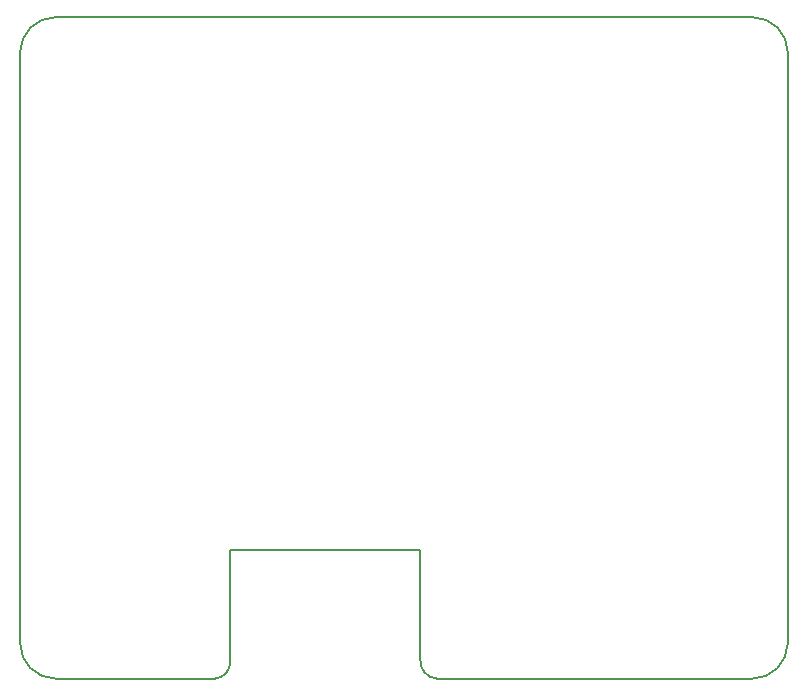
<source format=gko>
G04 DipTrace 3.0.0.2*
G04 InterfaceBoard.GKO*
%MOMM*%
G04 #@! TF.FileFunction,Profile*
G04 #@! TF.Part,Single*
%ADD11C,0.14*%
%FSLAX35Y35*%
G04*
G71*
G90*
G75*
G01*
G04 BoardOutline*
%LPD*%
X300000Y0D2*
D11*
X1648343D1*
G03X1778343Y150000I-7289J137651D01*
G01*
Y1090000D1*
X3388343D1*
Y160000D1*
G03X3528343Y0I150870J-9239D01*
G01*
X6200000D1*
G03X6500000Y300000I4J299996D01*
G01*
Y5300000D1*
G03X6200000Y5600000I-299996J4D01*
G01*
X300000D1*
G03X0Y5300000I-4J-299996D01*
G01*
Y300000D1*
G03X300000Y0I299996J-4D01*
G01*
M02*

</source>
